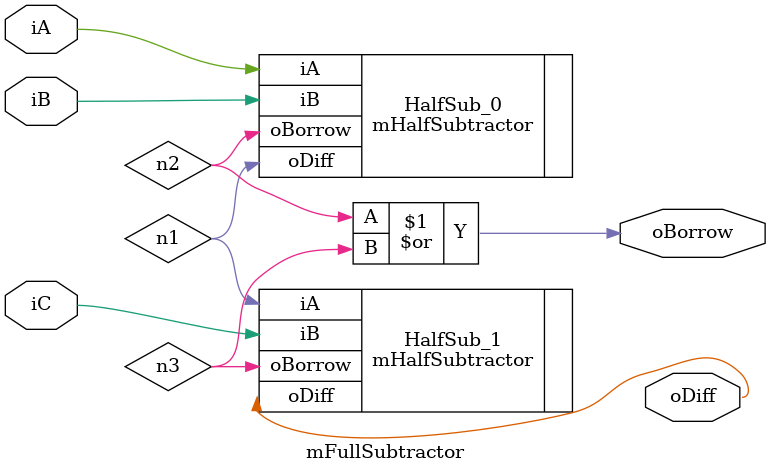
<source format=v>
module mFullSubtractor(input iA, input iB, input iC, output oDiff, output oBorrow);

    wire n1, n2, n3;

    mHalfSubtractor HalfSub_0(
        .iA(iA), 
        .iB(iB), 
        .oDiff(n1), 
        .oBorrow(n2)
    );
    mHalfSubtractor HalfSub_1(
        .iA(n1), 
        .iB(iC), 
        .oDiff(oDiff), 
        .oBorrow(n3)
    );

    assign oBorrow = n2 | n3;
endmodule

</source>
